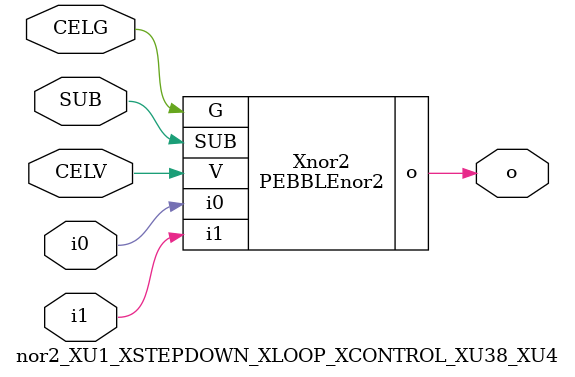
<source format=v>



module PEBBLEnor2 ( o, G, SUB, V, i0, i1 );

  input i0;
  input V;
  input i1;
  input G;
  output o;
  input SUB;
endmodule

//Celera Confidential Do Not Copy nor2_XU1_XSTEPDOWN_XLOOP_XCONTROL_XU38_XU4
//Celera Confidential Symbol Generator
//nor2
module nor2_XU1_XSTEPDOWN_XLOOP_XCONTROL_XU38_XU4 (CELV,CELG,i0,i1,o,SUB);
input CELV;
input CELG;
input i0;
input i1;
input SUB;
output o;

//Celera Confidential Do Not Copy nor2
PEBBLEnor2 Xnor2(
.V (CELV),
.i0 (i0),
.i1 (i1),
.o (o),
.SUB (SUB),
.G (CELG)
);
//,diesize,PEBBLEnor2

//Celera Confidential Do Not Copy Module End
//Celera Schematic Generator
endmodule

</source>
